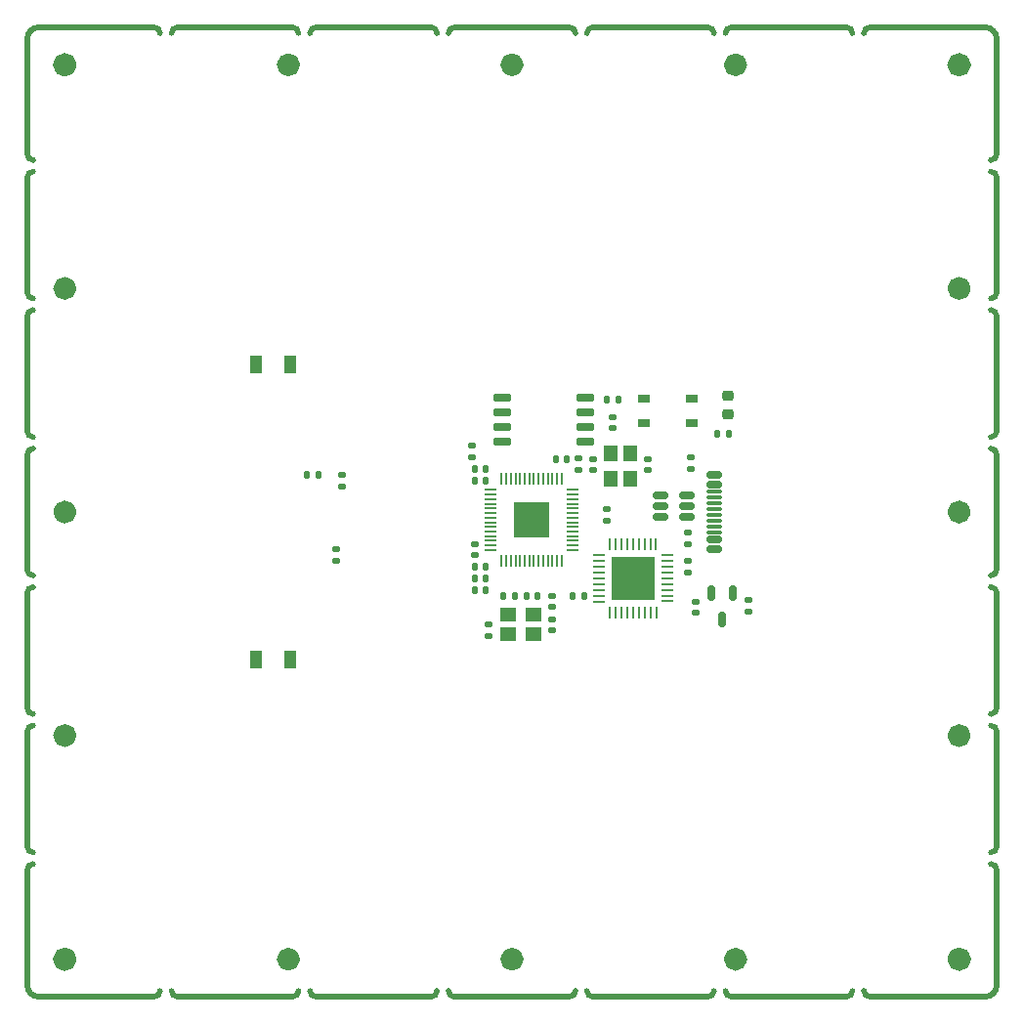
<source format=gtp>
G04 #@! TF.GenerationSoftware,KiCad,Pcbnew,8.0.4-8.0.4-0~ubuntu22.04.1*
G04 #@! TF.CreationDate,2025-04-15T08:48:27+00:00*
G04 #@! TF.ProjectId,stencil,7374656e-6369-46c2-9e6b-696361645f70,rev?*
G04 #@! TF.SameCoordinates,Original*
G04 #@! TF.FileFunction,Paste,Top*
G04 #@! TF.FilePolarity,Positive*
%FSLAX46Y46*%
G04 Gerber Fmt 4.6, Leading zero omitted, Abs format (unit mm)*
G04 Created by KiCad (PCBNEW 8.0.4-8.0.4-0~ubuntu22.04.1) date 2025-04-15 08:48:27*
%MOMM*%
%LPD*%
G01*
G04 APERTURE LIST*
G04 Aperture macros list*
%AMRoundRect*
0 Rectangle with rounded corners*
0 $1 Rounding radius*
0 $2 $3 $4 $5 $6 $7 $8 $9 X,Y pos of 4 corners*
0 Add a 4 corners polygon primitive as box body*
4,1,4,$2,$3,$4,$5,$6,$7,$8,$9,$2,$3,0*
0 Add four circle primitives for the rounded corners*
1,1,$1+$1,$2,$3*
1,1,$1+$1,$4,$5*
1,1,$1+$1,$6,$7*
1,1,$1+$1,$8,$9*
0 Add four rect primitives between the rounded corners*
20,1,$1+$1,$2,$3,$4,$5,0*
20,1,$1+$1,$4,$5,$6,$7,0*
20,1,$1+$1,$6,$7,$8,$9,0*
20,1,$1+$1,$8,$9,$2,$3,0*%
G04 Aperture macros list end*
%ADD10C,0.500000*%
%ADD11C,1.000000*%
%ADD12C,1.050000*%
%ADD13RoundRect,0.140000X-0.170000X0.140000X-0.170000X-0.140000X0.170000X-0.140000X0.170000X0.140000X0*%
%ADD14RoundRect,0.135000X0.185000X-0.135000X0.185000X0.135000X-0.185000X0.135000X-0.185000X-0.135000X0*%
%ADD15RoundRect,0.140000X-0.140000X-0.170000X0.140000X-0.170000X0.140000X0.170000X-0.140000X0.170000X0*%
%ADD16R,1.100000X0.200000*%
%ADD17R,0.200000X1.100000*%
%ADD18R,3.100000X3.100000*%
%ADD19R,1.050000X1.600000*%
%ADD20RoundRect,0.140000X0.140000X0.170000X-0.140000X0.170000X-0.140000X-0.170000X0.140000X-0.170000X0*%
%ADD21RoundRect,0.150000X-0.650000X-0.150000X0.650000X-0.150000X0.650000X0.150000X-0.650000X0.150000X0*%
%ADD22RoundRect,0.135000X-0.185000X0.135000X-0.185000X-0.135000X0.185000X-0.135000X0.185000X0.135000X0*%
%ADD23R,1.050000X0.650000*%
%ADD24RoundRect,0.135000X-0.135000X-0.185000X0.135000X-0.185000X0.135000X0.185000X-0.135000X0.185000X0*%
%ADD25RoundRect,0.140000X0.170000X-0.140000X0.170000X0.140000X-0.170000X0.140000X-0.170000X-0.140000X0*%
%ADD26RoundRect,0.135000X0.135000X0.185000X-0.135000X0.185000X-0.135000X-0.185000X0.135000X-0.185000X0*%
%ADD27RoundRect,0.150000X-0.512500X-0.150000X0.512500X-0.150000X0.512500X0.150000X-0.512500X0.150000X0*%
%ADD28RoundRect,0.218750X-0.256250X0.218750X-0.256250X-0.218750X0.256250X-0.218750X0.256250X0.218750X0*%
%ADD29R,1.200000X1.400000*%
%ADD30R,1.100000X0.280000*%
%ADD31R,0.280000X1.100000*%
%ADD32R,3.700000X3.700000*%
%ADD33R,1.400000X1.200000*%
%ADD34RoundRect,0.150000X0.500000X-0.150000X0.500000X0.150000X-0.500000X0.150000X-0.500000X-0.150000X0*%
%ADD35RoundRect,0.075000X0.575000X-0.075000X0.575000X0.075000X-0.575000X0.075000X-0.575000X-0.075000X0*%
%ADD36RoundRect,0.150000X-0.150000X0.512500X-0.150000X-0.512500X0.150000X-0.512500X0.150000X0.512500X0*%
G04 APERTURE END LIST*
D10*
X166750000Y-97250000D02*
G75*
G02*
X167250000Y-97750000I0J-500000D01*
G01*
D11*
X87000000Y-114750000D02*
G75*
G02*
X86000000Y-114750000I-500000J0D01*
G01*
X86000000Y-114750000D02*
G75*
G02*
X87000000Y-114750000I500000J0D01*
G01*
X87000000Y-134125000D02*
G75*
G02*
X86000000Y-134125000I-500000J0D01*
G01*
X86000000Y-134125000D02*
G75*
G02*
X87000000Y-134125000I500000J0D01*
G01*
D10*
X166750000Y-121250000D02*
G75*
G02*
X167250000Y-121750000I0J-500000D01*
G01*
X84250000Y-156750000D02*
X94250000Y-156750000D01*
X83250000Y-121750000D02*
X83250000Y-131750000D01*
X83250000Y-145750000D02*
G75*
G02*
X83750000Y-145250000I500000J0D01*
G01*
X144250000Y-156750000D02*
X154250000Y-156750000D01*
X142250000Y-72750000D02*
G75*
G02*
X142750000Y-73250000I0J-500000D01*
G01*
X167250000Y-133750000D02*
X167250000Y-143750000D01*
X167250000Y-155750000D02*
G75*
G02*
X166250000Y-156750000I-1000000J0D01*
G01*
X167250000Y-131750000D02*
G75*
G02*
X166750000Y-132250000I-500000J0D01*
G01*
D11*
X106375000Y-153500000D02*
G75*
G02*
X105375000Y-153500000I-500000J0D01*
G01*
X105375000Y-153500000D02*
G75*
G02*
X106375000Y-153500000I500000J0D01*
G01*
D10*
X166750000Y-145250000D02*
G75*
G02*
X167250000Y-145750000I0J-500000D01*
G01*
X154250000Y-72750000D02*
G75*
G02*
X154750000Y-73250000I0J-500000D01*
G01*
X96250000Y-156750000D02*
X106250000Y-156750000D01*
X106250000Y-72750000D02*
G75*
G02*
X106750000Y-73250000I0J-500000D01*
G01*
X132250000Y-72750000D02*
X142250000Y-72750000D01*
X83750000Y-108250000D02*
G75*
G02*
X83250000Y-107750000I0J500000D01*
G01*
X96250000Y-156750000D02*
G75*
G02*
X95750000Y-156250000I0J500000D01*
G01*
X83250000Y-97750000D02*
X83250000Y-107750000D01*
X156250000Y-156750000D02*
G75*
G02*
X155750000Y-156250000I0J500000D01*
G01*
X144250000Y-72750000D02*
X154250000Y-72750000D01*
X83750000Y-84250000D02*
G75*
G02*
X83250000Y-83750000I0J500000D01*
G01*
X167250000Y-83750000D02*
G75*
G02*
X166750000Y-84250000I-500000J0D01*
G01*
X118750000Y-156250000D02*
G75*
G02*
X118250000Y-156750000I-500000J0D01*
G01*
D11*
X164500000Y-95375000D02*
G75*
G02*
X163500000Y-95375000I-500000J0D01*
G01*
X163500000Y-95375000D02*
G75*
G02*
X164500000Y-95375000I500000J0D01*
G01*
D10*
X167250000Y-121750000D02*
X167250000Y-131750000D01*
X130750000Y-156250000D02*
G75*
G02*
X130250000Y-156750000I-500000J0D01*
G01*
X83250000Y-145750000D02*
X83250000Y-155750000D01*
X167250000Y-73750000D02*
X167250000Y-83750000D01*
X144250000Y-156750000D02*
G75*
G02*
X143750000Y-156250000I0J500000D01*
G01*
X95750000Y-73250000D02*
G75*
G02*
X96250000Y-72750000I500000J0D01*
G01*
X167250000Y-97750000D02*
X167250000Y-107750000D01*
D12*
X87025000Y-153500000D02*
G75*
G02*
X85975000Y-153500000I-525000J0D01*
G01*
X85975000Y-153500000D02*
G75*
G02*
X87025000Y-153500000I525000J0D01*
G01*
D10*
X130250000Y-72750000D02*
G75*
G02*
X130750000Y-73250000I0J-500000D01*
G01*
D12*
X164525000Y-153500000D02*
G75*
G02*
X163475000Y-153500000I-525000J0D01*
G01*
X163475000Y-153500000D02*
G75*
G02*
X164525000Y-153500000I525000J0D01*
G01*
D10*
X83250000Y-73750000D02*
X83250000Y-83750000D01*
X83750000Y-120250000D02*
G75*
G02*
X83250000Y-119750000I0J500000D01*
G01*
X154750000Y-156250000D02*
G75*
G02*
X154250000Y-156750000I-500000J0D01*
G01*
X84250000Y-156750000D02*
G75*
G02*
X83250000Y-155750000I0J1000000D01*
G01*
X106750000Y-156250000D02*
G75*
G02*
X106250000Y-156750000I-500000J0D01*
G01*
X167250000Y-143750000D02*
G75*
G02*
X166750000Y-144250000I-500000J0D01*
G01*
D11*
X164500000Y-114750000D02*
G75*
G02*
X163500000Y-114750000I-500000J0D01*
G01*
X163500000Y-114750000D02*
G75*
G02*
X164500000Y-114750000I500000J0D01*
G01*
D10*
X120250000Y-72750000D02*
X130250000Y-72750000D01*
D11*
X125750000Y-153500000D02*
G75*
G02*
X124750000Y-153500000I-500000J0D01*
G01*
X124750000Y-153500000D02*
G75*
G02*
X125750000Y-153500000I500000J0D01*
G01*
D10*
X83250000Y-109750000D02*
G75*
G02*
X83750000Y-109250000I500000J0D01*
G01*
X120250000Y-156750000D02*
X130250000Y-156750000D01*
X118250000Y-72750000D02*
G75*
G02*
X118750000Y-73250000I0J-500000D01*
G01*
X84250000Y-72750000D02*
X94250000Y-72750000D01*
X83750000Y-132250000D02*
G75*
G02*
X83250000Y-131750000I0J500000D01*
G01*
X83250000Y-97750000D02*
G75*
G02*
X83750000Y-97250000I500000J0D01*
G01*
X83250000Y-85750000D02*
G75*
G02*
X83750000Y-85250000I500000J0D01*
G01*
X155750000Y-73250000D02*
G75*
G02*
X156250000Y-72750000I500000J0D01*
G01*
X83250000Y-133750000D02*
G75*
G02*
X83750000Y-133250000I500000J0D01*
G01*
D12*
X87025000Y-76000000D02*
G75*
G02*
X85975000Y-76000000I-525000J0D01*
G01*
X85975000Y-76000000D02*
G75*
G02*
X87025000Y-76000000I525000J0D01*
G01*
D10*
X83750000Y-144250000D02*
G75*
G02*
X83250000Y-143750000I0J500000D01*
G01*
X96250000Y-72750000D02*
X106250000Y-72750000D01*
D11*
X125750000Y-76000000D02*
G75*
G02*
X124750000Y-76000000I-500000J0D01*
G01*
X124750000Y-76000000D02*
G75*
G02*
X125750000Y-76000000I500000J0D01*
G01*
X145125000Y-76000000D02*
G75*
G02*
X144125000Y-76000000I-500000J0D01*
G01*
X144125000Y-76000000D02*
G75*
G02*
X145125000Y-76000000I500000J0D01*
G01*
D10*
X156250000Y-156750000D02*
X166250000Y-156750000D01*
X167250000Y-95750000D02*
G75*
G02*
X166750000Y-96250000I-500000J0D01*
G01*
X120250000Y-156750000D02*
G75*
G02*
X119750000Y-156250000I0J500000D01*
G01*
X167250000Y-145750000D02*
X167250000Y-155750000D01*
X166750000Y-85250000D02*
G75*
G02*
X167250000Y-85750000I0J-500000D01*
G01*
X166250000Y-72750000D02*
G75*
G02*
X167250000Y-73750000I0J-1000000D01*
G01*
X167250000Y-85750000D02*
X167250000Y-95750000D01*
X143750000Y-73250000D02*
G75*
G02*
X144250000Y-72750000I500000J0D01*
G01*
X142750000Y-156250000D02*
G75*
G02*
X142250000Y-156750000I-500000J0D01*
G01*
D12*
X164525000Y-76000000D02*
G75*
G02*
X163475000Y-76000000I-525000J0D01*
G01*
X163475000Y-76000000D02*
G75*
G02*
X164525000Y-76000000I525000J0D01*
G01*
D10*
X94250000Y-72750000D02*
G75*
G02*
X94750000Y-73250000I0J-500000D01*
G01*
X166750000Y-109250000D02*
G75*
G02*
X167250000Y-109750000I0J-500000D01*
G01*
D11*
X106375000Y-76000000D02*
G75*
G02*
X105375000Y-76000000I-500000J0D01*
G01*
X105375000Y-76000000D02*
G75*
G02*
X106375000Y-76000000I500000J0D01*
G01*
D10*
X132250000Y-156750000D02*
G75*
G02*
X131750000Y-156250000I0J500000D01*
G01*
X83250000Y-121750000D02*
G75*
G02*
X83750000Y-121250000I500000J0D01*
G01*
X132250000Y-156750000D02*
X142250000Y-156750000D01*
X167250000Y-119750000D02*
G75*
G02*
X166750000Y-120250000I-500000J0D01*
G01*
X108250000Y-72750000D02*
X118250000Y-72750000D01*
X167250000Y-107750000D02*
G75*
G02*
X166750000Y-108250000I-500000J0D01*
G01*
D11*
X87000000Y-95375000D02*
G75*
G02*
X86000000Y-95375000I-500000J0D01*
G01*
X86000000Y-95375000D02*
G75*
G02*
X87000000Y-95375000I500000J0D01*
G01*
D10*
X156250000Y-72750000D02*
X166250000Y-72750000D01*
X167250000Y-109750000D02*
X167250000Y-119750000D01*
X83750000Y-96250000D02*
G75*
G02*
X83250000Y-95750000I0J500000D01*
G01*
X108250000Y-156750000D02*
X118250000Y-156750000D01*
X83250000Y-85750000D02*
X83250000Y-95750000D01*
X131750000Y-73250000D02*
G75*
G02*
X132250000Y-72750000I500000J0D01*
G01*
D11*
X164500000Y-134125000D02*
G75*
G02*
X163500000Y-134125000I-500000J0D01*
G01*
X163500000Y-134125000D02*
G75*
G02*
X164500000Y-134125000I500000J0D01*
G01*
D10*
X119750000Y-73250000D02*
G75*
G02*
X120250000Y-72750000I500000J0D01*
G01*
X83250000Y-73750000D02*
G75*
G02*
X84250000Y-72750000I1000000J0D01*
G01*
X83250000Y-109750000D02*
X83250000Y-119750000D01*
X166750000Y-133250000D02*
G75*
G02*
X167250000Y-133750000I0J-500000D01*
G01*
D11*
X145125000Y-153500000D02*
G75*
G02*
X144125000Y-153500000I-500000J0D01*
G01*
X144125000Y-153500000D02*
G75*
G02*
X145125000Y-153500000I500000J0D01*
G01*
D10*
X107750000Y-73250000D02*
G75*
G02*
X108250000Y-72750000I500000J0D01*
G01*
X83250000Y-133750000D02*
X83250000Y-143750000D01*
X108250000Y-156750000D02*
G75*
G02*
X107750000Y-156250000I0J500000D01*
G01*
X94750000Y-156250000D02*
G75*
G02*
X94250000Y-156750000I-500000J0D01*
G01*
D13*
G04 #@! TO.C,C5*
X141200000Y-122520000D03*
X141200000Y-123480000D03*
G04 #@! TD*
D14*
G04 #@! TO.C,R6*
X140500000Y-120010000D03*
X140500000Y-118990000D03*
G04 #@! TD*
D13*
G04 #@! TO.C,C2*
X123250000Y-124520000D03*
X123250000Y-125480000D03*
G04 #@! TD*
D15*
G04 #@! TO.C,C12*
X129020000Y-110200000D03*
X129980000Y-110200000D03*
G04 #@! TD*
D14*
G04 #@! TO.C,R13*
X110000000Y-119020000D03*
X110000000Y-118000000D03*
G04 #@! TD*
D13*
G04 #@! TO.C,C1*
X134000000Y-106520000D03*
X134000000Y-107480000D03*
G04 #@! TD*
D16*
G04 #@! TO.C,U1*
X123400000Y-112840000D03*
X123400000Y-113240000D03*
X123400000Y-113640000D03*
X123400000Y-114040000D03*
X123400000Y-114440000D03*
X123400000Y-114840000D03*
X123400000Y-115240000D03*
X123400000Y-115640000D03*
X123400000Y-116040000D03*
X123400000Y-116440000D03*
X123400000Y-116840000D03*
X123400000Y-117240000D03*
X123400000Y-117640000D03*
X123400000Y-118040000D03*
D17*
X124350000Y-118990000D03*
X124750000Y-118990000D03*
X125150000Y-118990000D03*
X125550000Y-118990000D03*
X125950000Y-118990000D03*
X126350000Y-118990000D03*
X126750000Y-118990000D03*
X127150000Y-118990000D03*
X127550000Y-118990000D03*
X127950000Y-118990000D03*
X128350000Y-118990000D03*
X128750000Y-118990000D03*
X129150000Y-118990000D03*
X129550000Y-118990000D03*
D16*
X130500000Y-118040000D03*
X130500000Y-117640000D03*
X130500000Y-117240000D03*
X130500000Y-116840000D03*
X130500000Y-116440000D03*
X130500000Y-116040000D03*
X130500000Y-115640000D03*
X130500000Y-115240000D03*
X130500000Y-114840000D03*
X130500000Y-114440000D03*
X130500000Y-114040000D03*
X130500000Y-113640000D03*
X130500000Y-113240000D03*
X130500000Y-112840000D03*
D17*
X129550000Y-111890000D03*
X129150000Y-111890000D03*
X128750000Y-111890000D03*
X128350000Y-111890000D03*
X127950000Y-111890000D03*
X127550000Y-111890000D03*
X127150000Y-111890000D03*
X126750000Y-111890000D03*
X126350000Y-111890000D03*
X125950000Y-111890000D03*
X125550000Y-111890000D03*
X125150000Y-111890000D03*
X124750000Y-111890000D03*
X124350000Y-111890000D03*
D18*
X126950000Y-115440000D03*
G04 #@! TD*
D19*
G04 #@! TO.C,C8*
X103050000Y-127500000D03*
X106000000Y-127500000D03*
G04 #@! TD*
D20*
G04 #@! TO.C,C16*
X122960000Y-111000000D03*
X122000000Y-111000000D03*
G04 #@! TD*
D21*
G04 #@! TO.C,U2*
X124400000Y-104845000D03*
X124400000Y-106115000D03*
X124400000Y-107385000D03*
X124400000Y-108655000D03*
X131600000Y-108655000D03*
X131600000Y-107385000D03*
X131600000Y-106115000D03*
X131600000Y-104845000D03*
G04 #@! TD*
D19*
G04 #@! TO.C,C9*
X103050000Y-102000000D03*
X106000000Y-102000000D03*
G04 #@! TD*
D22*
G04 #@! TO.C,R5*
X140750000Y-109990000D03*
X140750000Y-111010000D03*
G04 #@! TD*
D23*
G04 #@! TO.C,SW1*
X140825000Y-107075000D03*
X136675000Y-107075000D03*
X140825000Y-104925000D03*
X136675000Y-104925000D03*
G04 #@! TD*
D24*
G04 #@! TO.C,R3*
X124500000Y-122000000D03*
X125520000Y-122000000D03*
G04 #@! TD*
D14*
G04 #@! TO.C,R4*
X140500000Y-117510000D03*
X140500000Y-116490000D03*
G04 #@! TD*
D20*
G04 #@! TO.C,C10*
X127480000Y-122000000D03*
X126520000Y-122000000D03*
G04 #@! TD*
D24*
G04 #@! TO.C,R11*
X107490000Y-111500000D03*
X108510000Y-111500000D03*
G04 #@! TD*
D25*
G04 #@! TO.C,C4*
X145700000Y-123367500D03*
X145700000Y-122407500D03*
G04 #@! TD*
D20*
G04 #@! TO.C,C15*
X122980000Y-112000000D03*
X122020000Y-112000000D03*
G04 #@! TD*
D13*
G04 #@! TO.C,C11*
X128700000Y-122020000D03*
X128700000Y-122980000D03*
G04 #@! TD*
D25*
G04 #@! TO.C,C3*
X128700000Y-124980000D03*
X128700000Y-124020000D03*
G04 #@! TD*
D26*
G04 #@! TO.C,R1*
X131510000Y-122000000D03*
X130490000Y-122000000D03*
G04 #@! TD*
D13*
G04 #@! TO.C,C6*
X136995000Y-110170000D03*
X136995000Y-111130000D03*
G04 #@! TD*
D27*
G04 #@! TO.C,U4*
X138112500Y-113300000D03*
X138112500Y-114250000D03*
X138112500Y-115200000D03*
X140387500Y-115200000D03*
X140387500Y-114250000D03*
X140387500Y-113300000D03*
G04 #@! TD*
D28*
G04 #@! TO.C,D1*
X144000000Y-104712500D03*
X144000000Y-106287500D03*
G04 #@! TD*
D25*
G04 #@! TO.C,C17*
X121800000Y-109980000D03*
X121800000Y-109020000D03*
G04 #@! TD*
D26*
G04 #@! TO.C,R2*
X134510000Y-105000000D03*
X133490000Y-105000000D03*
G04 #@! TD*
D14*
G04 #@! TO.C,R12*
X110500000Y-112520000D03*
X110500000Y-111500000D03*
G04 #@! TD*
D15*
G04 #@! TO.C,C18*
X122020000Y-119500000D03*
X122980000Y-119500000D03*
G04 #@! TD*
D29*
G04 #@! TO.C,Y2*
X135470000Y-111850000D03*
X135470000Y-109650000D03*
X133770000Y-109650000D03*
X133770000Y-111850000D03*
G04 #@! TD*
D30*
G04 #@! TO.C,U6*
X132780000Y-118500000D03*
X132780000Y-119000000D03*
X132780000Y-119500000D03*
X132780000Y-120000000D03*
X132780000Y-120500000D03*
X132780000Y-121000000D03*
X132780000Y-121500000D03*
X132780000Y-122000000D03*
X132780000Y-122500000D03*
D31*
X133750000Y-123450000D03*
X134240000Y-123450000D03*
X134740000Y-123450000D03*
X135240000Y-123450000D03*
X135740000Y-123450000D03*
X136240000Y-123450000D03*
X136750000Y-123450000D03*
X137250000Y-123450000D03*
X137750000Y-123450000D03*
D30*
X138720000Y-122490000D03*
X138720000Y-121990000D03*
X138720000Y-121490000D03*
X138720000Y-120990000D03*
X138720000Y-120490000D03*
X138720000Y-119990000D03*
X138720000Y-119490000D03*
X138720000Y-118990000D03*
X138720000Y-118490000D03*
D31*
X137730000Y-117510000D03*
X137240000Y-117510000D03*
X136740000Y-117510000D03*
X136230000Y-117510000D03*
X135730000Y-117510000D03*
X135230000Y-117510000D03*
X134730000Y-117510000D03*
X134230000Y-117510000D03*
X133740000Y-117510000D03*
D32*
X135750000Y-120500000D03*
G04 #@! TD*
D33*
G04 #@! TO.C,Y3*
X127100000Y-123650000D03*
X124900000Y-123650000D03*
X124900000Y-125350000D03*
X127100000Y-125350000D03*
G04 #@! TD*
D25*
G04 #@! TO.C,C13*
X131000000Y-111080000D03*
X131000000Y-110120000D03*
G04 #@! TD*
G04 #@! TO.C,C7*
X132245000Y-111130000D03*
X132245000Y-110170000D03*
G04 #@! TD*
D34*
G04 #@! TO.C,J2*
X142755000Y-117950000D03*
X142755000Y-117150000D03*
D35*
X142755000Y-116000000D03*
X142755000Y-115000000D03*
X142755000Y-114500000D03*
X142755000Y-113500000D03*
D34*
X142755000Y-112350000D03*
X142755000Y-111550000D03*
X142755000Y-111550000D03*
X142755000Y-112350000D03*
D35*
X142755000Y-113000000D03*
X142755000Y-114000000D03*
X142755000Y-115500000D03*
X142755000Y-116500000D03*
D34*
X142755000Y-117150000D03*
X142755000Y-117950000D03*
G04 #@! TD*
D26*
G04 #@! TO.C,R10*
X144010000Y-108000000D03*
X142990000Y-108000000D03*
G04 #@! TD*
D15*
G04 #@! TO.C,C20*
X122040000Y-120500000D03*
X123000000Y-120500000D03*
G04 #@! TD*
G04 #@! TO.C,C14*
X122020000Y-121500000D03*
X122980000Y-121500000D03*
G04 #@! TD*
D13*
G04 #@! TO.C,C19*
X122000000Y-117520000D03*
X122000000Y-118480000D03*
G04 #@! TD*
D14*
G04 #@! TO.C,R15*
X133500000Y-115510000D03*
X133500000Y-114490000D03*
G04 #@! TD*
D36*
G04 #@! TO.C,U3*
X144400000Y-121750000D03*
X142500000Y-121750000D03*
X143450000Y-124025000D03*
G04 #@! TD*
M02*

</source>
